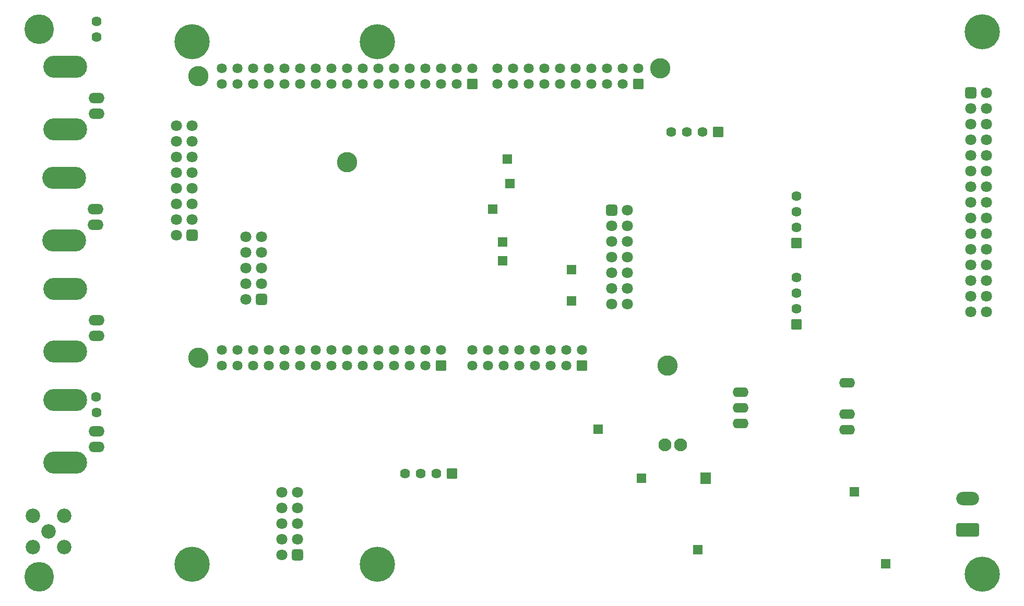
<source format=gbs>
%TF.GenerationSoftware,KiCad,Pcbnew,7.0.1*%
%TF.CreationDate,2023-11-30T13:28:04+01:00*%
%TF.ProjectId,current100A_Artiq,63757272-656e-4743-9130-30415f417274,rev?*%
%TF.SameCoordinates,Original*%
%TF.FileFunction,Soldermask,Bot*%
%TF.FilePolarity,Negative*%
%FSLAX46Y46*%
G04 Gerber Fmt 4.6, Leading zero omitted, Abs format (unit mm)*
G04 Created by KiCad (PCBNEW 7.0.1) date 2023-11-30 13:28:04*
%MOMM*%
%LPD*%
G01*
G04 APERTURE LIST*
G04 Aperture macros list*
%AMRoundRect*
0 Rectangle with rounded corners*
0 $1 Rounding radius*
0 $2 $3 $4 $5 $6 $7 $8 $9 X,Y pos of 4 corners*
0 Add a 4 corners polygon primitive as box body*
4,1,4,$2,$3,$4,$5,$6,$7,$8,$9,$2,$3,0*
0 Add four circle primitives for the rounded corners*
1,1,$1+$1,$2,$3*
1,1,$1+$1,$4,$5*
1,1,$1+$1,$6,$7*
1,1,$1+$1,$8,$9*
0 Add four rect primitives between the rounded corners*
20,1,$1+$1,$2,$3,$4,$5,0*
20,1,$1+$1,$4,$5,$6,$7,0*
20,1,$1+$1,$6,$7,$8,$9,0*
20,1,$1+$1,$8,$9,$2,$3,0*%
G04 Aperture macros list end*
%ADD10O,2.600000X1.700000*%
%ADD11O,7.100000X3.600000*%
%ADD12C,0.500000*%
%ADD13RoundRect,0.050000X-0.800000X-0.900000X0.800000X-0.900000X0.800000X0.900000X-0.800000X0.900000X0*%
%ADD14RoundRect,0.050000X0.762000X0.762000X-0.762000X0.762000X-0.762000X-0.762000X0.762000X-0.762000X0*%
%ADD15C,1.624000*%
%ADD16RoundRect,0.050000X0.750000X0.750000X-0.750000X0.750000X-0.750000X-0.750000X0.750000X-0.750000X0*%
%ADD17RoundRect,0.050000X-0.750000X-0.750000X0.750000X-0.750000X0.750000X0.750000X-0.750000X0.750000X0*%
%ADD18RoundRect,0.300000X0.600000X0.600000X-0.600000X0.600000X-0.600000X-0.600000X0.600000X-0.600000X0*%
%ADD19C,1.800000*%
%ADD20C,2.350000*%
%ADD21RoundRect,0.050000X0.762000X-0.762000X0.762000X0.762000X-0.762000X0.762000X-0.762000X-0.762000X0*%
%ADD22C,2.100000*%
%ADD23C,5.700000*%
%ADD24RoundRect,0.050000X0.750000X-0.750000X0.750000X0.750000X-0.750000X0.750000X-0.750000X-0.750000X0*%
%ADD25C,4.800000*%
%ADD26RoundRect,0.300000X-0.600000X-0.600000X0.600000X-0.600000X0.600000X0.600000X-0.600000X0.600000X0*%
%ADD27O,2.600000X1.600000*%
%ADD28RoundRect,0.299999X1.550001X-0.790001X1.550001X0.790001X-1.550001X0.790001X-1.550001X-0.790001X0*%
%ADD29O,3.700000X2.180000*%
%ADD30RoundRect,0.050000X-0.750000X0.750000X-0.750000X-0.750000X0.750000X-0.750000X0.750000X0.750000X0*%
%ADD31C,3.300000*%
%ADD32RoundRect,0.050000X0.765000X-0.765000X0.765000X0.765000X-0.765000X0.765000X-0.765000X-0.765000X0*%
%ADD33C,1.630000*%
G04 APERTURE END LIST*
D10*
%TO.C,J9*%
X12700000Y-34798000D03*
D11*
X7620000Y-39878000D03*
D10*
X12700000Y-37338000D03*
D11*
X7620000Y-29718000D03*
%TD*%
D10*
%TO.C,J11*%
X12827000Y-70866000D03*
D11*
X7747000Y-75946000D03*
D10*
X12827000Y-73406000D03*
D11*
X7747000Y-65786000D03*
%TD*%
D10*
%TO.C,J8*%
X12827000Y-52832000D03*
D11*
X7747000Y-57912000D03*
D10*
X12827000Y-55372000D03*
D11*
X7747000Y-47752000D03*
%TD*%
D10*
%TO.C,J10*%
X12827000Y-16764000D03*
D11*
X7747000Y-21844000D03*
D10*
X12827000Y-19304000D03*
D11*
X7747000Y-11684000D03*
%TD*%
D12*
%TO.C,U6*%
X111133000Y-78486000D03*
X111633000Y-77861000D03*
D13*
X111633000Y-78486000D03*
D12*
X111633000Y-79111000D03*
X112133000Y-78486000D03*
%TD*%
D14*
%TO.C,U33*%
X113665000Y-22225000D03*
D15*
X111125000Y-22225000D03*
X108585000Y-22225000D03*
X106045000Y-22225000D03*
%TD*%
D16*
%TO.C,PP2*%
X78740000Y-40132000D03*
%TD*%
D17*
%TO.C,PP5*%
X89916000Y-49657000D03*
%TD*%
D16*
%TO.C,PP1*%
X78740000Y-43180000D03*
%TD*%
D18*
%TO.C,J4*%
X45466000Y-90932000D03*
D19*
X42926000Y-90932000D03*
X45466000Y-88392000D03*
X42926000Y-88392000D03*
X45466000Y-85852000D03*
X42926000Y-85852000D03*
X45466000Y-83312000D03*
X42926000Y-83312000D03*
X45466000Y-80772000D03*
X42926000Y-80772000D03*
%TD*%
D20*
%TO.C,J2*%
X5080000Y-87122000D03*
X2540000Y-89662000D03*
X7620000Y-89662000D03*
X2540000Y-84582000D03*
X7620000Y-84582000D03*
%TD*%
D21*
%TO.C,U35*%
X126365000Y-40259000D03*
D15*
X126365000Y-37719000D03*
X126365000Y-35179000D03*
X126365000Y-32639000D03*
%TD*%
D22*
%TO.C,GND1*%
X105029000Y-73025000D03*
X107569000Y-73025000D03*
%TD*%
D23*
%TO.C,H6*%
X58400000Y-92400000D03*
%TD*%
D24*
%TO.C,VuC1*%
X135763000Y-80645000D03*
%TD*%
D16*
%TO.C,P5V1*%
X101219000Y-78486000D03*
%TD*%
D24*
%TO.C,P6V1*%
X110363000Y-90043000D03*
%TD*%
D25*
%TO.C,H1*%
X3556000Y-5512000D03*
%TD*%
D14*
%TO.C,U9*%
X70513800Y-77666000D03*
D15*
X67973800Y-77666000D03*
X65433800Y-77666000D03*
X62893800Y-77666000D03*
%TD*%
D17*
%TO.C,PP3*%
X79502000Y-26670000D03*
%TD*%
%TO.C,P12V1*%
X140843000Y-92329000D03*
%TD*%
D23*
%TO.C,H8*%
X156503000Y-93997000D03*
%TD*%
D26*
%TO.C,J12*%
X96393000Y-34925000D03*
D19*
X98933000Y-34925000D03*
X96393000Y-37465000D03*
X98933000Y-37465000D03*
X96393000Y-40005000D03*
X98933000Y-40005000D03*
X96393000Y-42545000D03*
X98933000Y-42545000D03*
X96393000Y-45085000D03*
X98933000Y-45085000D03*
X96393000Y-47625000D03*
X98933000Y-47625000D03*
X96393000Y-50165000D03*
X98933000Y-50165000D03*
%TD*%
D23*
%TO.C,H7*%
X156503000Y-6003000D03*
%TD*%
D25*
%TO.C,H2*%
X3556000Y-94412000D03*
%TD*%
D17*
%TO.C,PP7*%
X89916000Y-44577000D03*
%TD*%
D21*
%TO.C,U34*%
X126365000Y-53467000D03*
D15*
X126365000Y-50927000D03*
X126365000Y-48387000D03*
X126365000Y-45847000D03*
%TD*%
D27*
%TO.C,U1*%
X134584000Y-70616000D03*
X134584000Y-68076000D03*
X134584000Y-62996000D03*
X117384000Y-64516000D03*
X117384000Y-67056000D03*
X117384000Y-69596000D03*
%TD*%
D18*
%TO.C,J7*%
X39624000Y-49403000D03*
D19*
X37084000Y-49403000D03*
X39624000Y-46863000D03*
X37084000Y-46863000D03*
X39624000Y-44323000D03*
X37084000Y-44323000D03*
X39624000Y-41783000D03*
X37084000Y-41783000D03*
X39624000Y-39243000D03*
X37084000Y-39243000D03*
%TD*%
D17*
%TO.C,PP4*%
X79883000Y-30607000D03*
%TD*%
%TO.C,PP6*%
X77089000Y-34798000D03*
%TD*%
D23*
%TO.C,H4*%
X28400000Y-92400000D03*
%TD*%
D26*
%TO.C,J5*%
X154679692Y-15877648D03*
D19*
X157219692Y-15877648D03*
X154679692Y-18417648D03*
X157219692Y-18417648D03*
X154679692Y-20957648D03*
X157219692Y-20957648D03*
X154679692Y-23497648D03*
X157219692Y-23497648D03*
X154679692Y-26037648D03*
X157219692Y-26037648D03*
X154679692Y-28577648D03*
X157219692Y-28577648D03*
X154679692Y-31117648D03*
X157219692Y-31117648D03*
X154679692Y-33657648D03*
X157219692Y-33657648D03*
X154679692Y-36197648D03*
X157219692Y-36197648D03*
X154679692Y-38737648D03*
X157219692Y-38737648D03*
X154679692Y-41277648D03*
X157219692Y-41277648D03*
X154679692Y-43817648D03*
X157219692Y-43817648D03*
X154679692Y-46357648D03*
X157219692Y-46357648D03*
X154679692Y-48897648D03*
X157219692Y-48897648D03*
X154679692Y-51437648D03*
X157219692Y-51437648D03*
%TD*%
D28*
%TO.C,J1*%
X154210500Y-86868000D03*
D29*
X154210500Y-81788000D03*
%TD*%
D30*
%TO.C,P2V1*%
X94234000Y-70485000D03*
%TD*%
D23*
%TO.C,H3*%
X28400000Y-7600000D03*
%TD*%
D18*
%TO.C,J14*%
X28321000Y-38989000D03*
D19*
X25781000Y-38989000D03*
X28321000Y-36449000D03*
X25781000Y-36449000D03*
X28321000Y-33909000D03*
X25781000Y-33909000D03*
X28321000Y-31369000D03*
X25781000Y-31369000D03*
X28321000Y-28829000D03*
X25781000Y-28829000D03*
X28321000Y-26289000D03*
X25781000Y-26289000D03*
X28321000Y-23749000D03*
X25781000Y-23749000D03*
X28321000Y-21209000D03*
X25781000Y-21209000D03*
%TD*%
D23*
%TO.C,H5*%
X58400000Y-7600000D03*
%TD*%
D31*
%TO.C,M1*%
X105506920Y-60198000D03*
X29336920Y-58928000D03*
X53466920Y-27178000D03*
X29336920Y-13208000D03*
X104266920Y-11938000D03*
D15*
X12827000Y-67818000D03*
X12750800Y-65278000D03*
X12827000Y-6858000D03*
X12827000Y-4318000D03*
D32*
X100710920Y-14478000D03*
D33*
X100710920Y-11938000D03*
X98170920Y-14478000D03*
X98170920Y-11938000D03*
X95630920Y-14478000D03*
X95630920Y-11938000D03*
X93090920Y-14478000D03*
X93090920Y-11938000D03*
X90550920Y-14478000D03*
X90550920Y-11938000D03*
X88010920Y-14478000D03*
X88010920Y-11938000D03*
X85470920Y-14478000D03*
X85470920Y-11938000D03*
X82930920Y-14478000D03*
X82930920Y-11938000D03*
X80390920Y-14478000D03*
X80390920Y-11938000D03*
X77850920Y-14478000D03*
X77850920Y-11938000D03*
D32*
X91566920Y-60198000D03*
D33*
X91566920Y-57658000D03*
X89026920Y-60198000D03*
X89026920Y-57658000D03*
X86486920Y-60198000D03*
X86486920Y-57658000D03*
X83946920Y-60198000D03*
X83946920Y-57658000D03*
X81406920Y-60198000D03*
X81406920Y-57658000D03*
X78866920Y-60198000D03*
X78866920Y-57658000D03*
X76326920Y-60198000D03*
X76326920Y-57658000D03*
X73786920Y-60198000D03*
X73786920Y-57658000D03*
D32*
X68706920Y-60198000D03*
D33*
X68706920Y-57658000D03*
X66166920Y-60198000D03*
X66166920Y-57658000D03*
X63626920Y-60198000D03*
X63626920Y-57658000D03*
X61086920Y-60198000D03*
X61086920Y-57658000D03*
X58546920Y-60198000D03*
X58546920Y-57658000D03*
X56006920Y-60198000D03*
X56006920Y-57658000D03*
X53466920Y-60198000D03*
X53466920Y-57658000D03*
X50926920Y-60198000D03*
X50926920Y-57658000D03*
X48386920Y-60198000D03*
X48386920Y-57658000D03*
X45846920Y-60198000D03*
X45846920Y-57658000D03*
X43306920Y-60198000D03*
X43306920Y-57658000D03*
X40766920Y-60198000D03*
X40766920Y-57658000D03*
X38226920Y-60198000D03*
X38226920Y-57658000D03*
X35686920Y-60198000D03*
X35686920Y-57658000D03*
X33146920Y-60198000D03*
X33146920Y-57658000D03*
D32*
X73786920Y-14478000D03*
D33*
X73786920Y-11938000D03*
X71246920Y-14478000D03*
X71246920Y-11938000D03*
X68706920Y-14478000D03*
X68706920Y-11938000D03*
X66166920Y-14478000D03*
X66166920Y-11938000D03*
X63626920Y-14478000D03*
X63626920Y-11938000D03*
X61086920Y-14478000D03*
X61086920Y-11938000D03*
X58546920Y-14478000D03*
X58546920Y-11938000D03*
X56006920Y-14478000D03*
X56006920Y-11938000D03*
X53466920Y-14478000D03*
X53466920Y-11938000D03*
X50926920Y-14478000D03*
X50926920Y-11938000D03*
X48386920Y-14478000D03*
X48386920Y-11938000D03*
X45846920Y-14478000D03*
X45846920Y-11938000D03*
X43306920Y-14478000D03*
X43306920Y-11938000D03*
X40766920Y-14478000D03*
X40766920Y-11938000D03*
X38226920Y-14478000D03*
X38226920Y-11938000D03*
X35686920Y-14478000D03*
X35686920Y-11938000D03*
X33146920Y-14478000D03*
X33146920Y-11938000D03*
%TD*%
M02*

</source>
